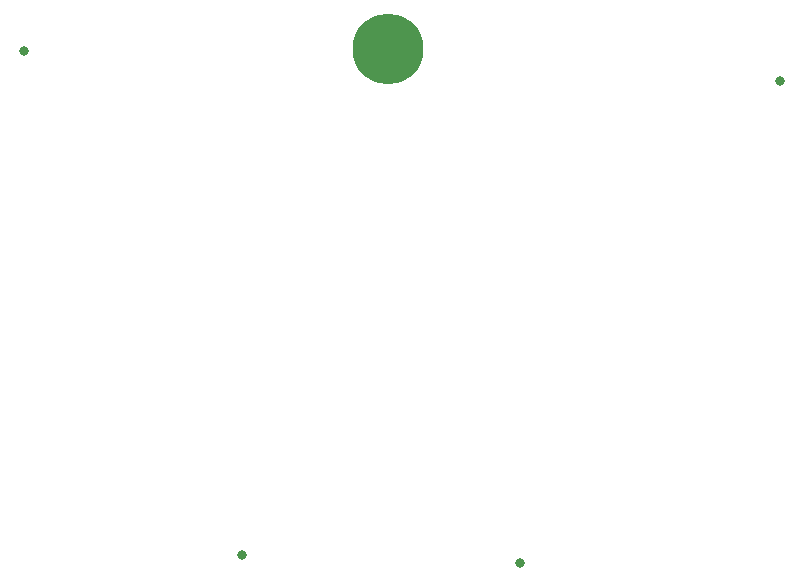
<source format=gbr>
%TF.GenerationSoftware,KiCad,Pcbnew,(6.0.0)*%
%TF.CreationDate,2022-03-29T21:45:28-05:00*%
%TF.ProjectId,Grogu,47726f67-752e-46b6-9963-61645f706362,rev?*%
%TF.SameCoordinates,Original*%
%TF.FileFunction,Copper,L1,Top*%
%TF.FilePolarity,Positive*%
%FSLAX46Y46*%
G04 Gerber Fmt 4.6, Leading zero omitted, Abs format (unit mm)*
G04 Created by KiCad (PCBNEW (6.0.0)) date 2022-03-29 21:45:28*
%MOMM*%
%LPD*%
G01*
G04 APERTURE LIST*
%TA.AperFunction,ViaPad*%
%ADD10C,0.800000*%
%TD*%
%TA.AperFunction,ViaPad*%
%ADD11C,6.000000*%
%TD*%
G04 APERTURE END LIST*
D10*
%TO.N,GND*%
X173325000Y-85900000D03*
X151250000Y-126725000D03*
X127750000Y-126050000D03*
X109275000Y-83375000D03*
D11*
%TO.N,*%
X140100000Y-83175000D03*
%TD*%
M02*

</source>
